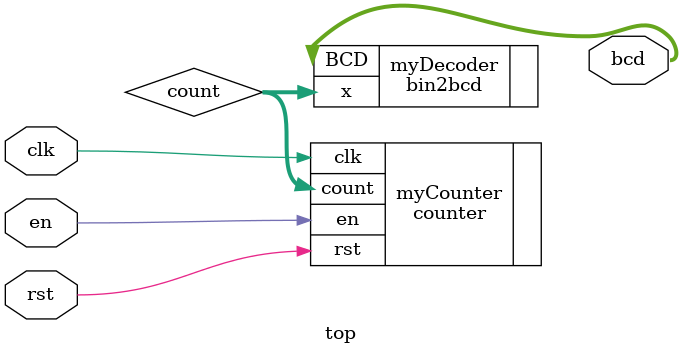
<source format=sv>
module top #(
  parameter WIDTH = 8
)(
  // interface signals
  input  logic             clk,      // clock 
  input  logic             rst,      // reset 
  input  logic             en,       // enable
  //input  logic [WIDTH-1:0] v,        // value to preload
  output logic [11:0]      bcd       // count output
);

  logic  [WIDTH-1:0]       count;    // interconnect wire

counter myCounter (
  .clk (clk),
  .rst (rst),
  .en (en),
  .count (count)
);

bin2bcd myDecoder (
  .x (count),
  .BCD (bcd)
);

endmodule

</source>
